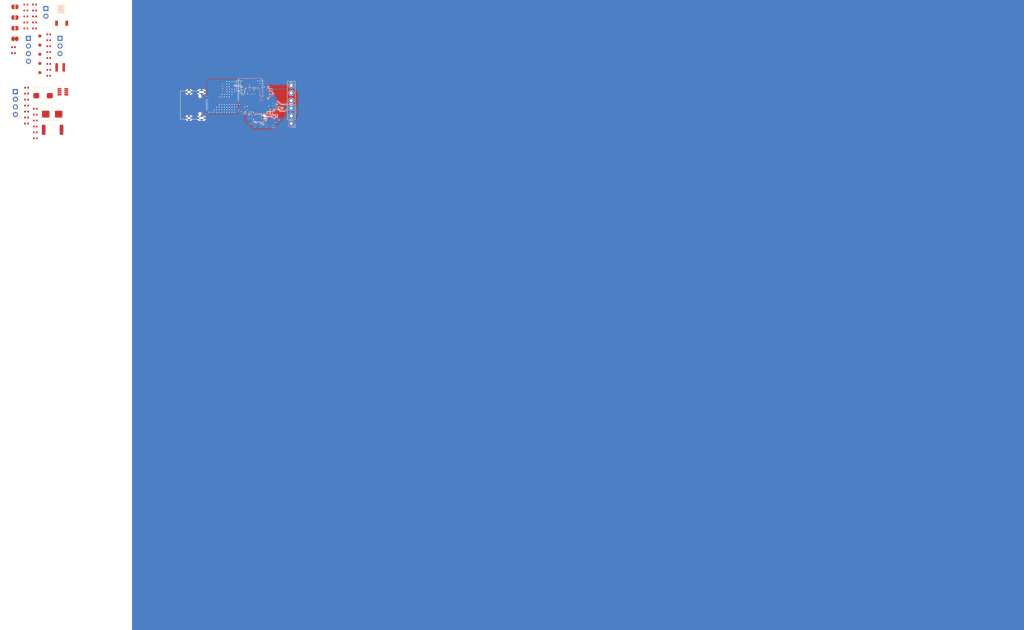
<source format=kicad_pcb>
(kicad_pcb (version 20240108) (generator "pcbnew") (generator_version "8.0")
  (layers (0 "F.Cu" signal) (31 "B.Cu" signal) (34 "B.Paste" user) (35 "F.Paste" user) (36 "B.SilkS" user "B.Silkscreen") (37 "F.SilkS" user "F.Silkscreen") (38 "B.Mask" user) (39 "F.Mask" user) (44 "Edge.Cuts" user))
  (net 0 "")
  (net 1 "CC1")
  (net 2 "GND")
  (net 3 "CC2")
  (net 4 "VBUS")
  (net 5 "VSYS")
  (net 6 "LDO_3V3")
  (net 7 "LDO_1V5")
  (net 8 "VIN_3V3")
  (net 9 "Net-(IC1-PMID_1)")
  (net 10 "Net-(IC1-REGN)")
  (net 11 "Net-(IC1-SW_1)")
  (net 12 "Net-(IC1-BTST)")
  (net 13 "SYS")
  (net 14 "Net-(IC1-BAT_1)")
  (net 15 "Net-(U1-VIN)")
  (net 16 "Net-(U1-COMP)")
  (net 17 "Net-(C22-Pad2)")
  (net 18 "LED+")
  (net 19 "Net-(D1-K)")
  (net 20 "Net-(D1-A)")
  (net 21 "Net-(D2-K)")
  (net 22 "Net-(D2-A)")
  (net 23 "Net-(D3-A)")
  (net 24 "TS")
  (net 25 "PG")
  (net 26 "CE")
  (net 27 "Net-(IC1-ILIM)")
  (net 28 "Net-(IC1-BATP)")
  (net 29 "STAT")
  (net 30 "Net-(IC1-~{QON})")
  (net 31 "TS_BIAS")
  (net 32 "I2C_SCL")
  (net 34 "I2C_SDA")
  (net 35 "/BQ25638/INT")
  (net 36 "GATE_VBUS")
  (net 37 "DBG_ACC")
  (net 38 "CAP_MIS")
  (net 39 "Net-(IC2-RESERVED_2)")
  (net 40 "ADCIN4")
  (net 41 "ADCIN1")
  (net 42 "SINK_EN")
  (net 43 "Net-(IC2-FAULT_OUT)")
  (net 44 "FAULT_IN")
  (net 45 "ADCIN2")
  (net 46 "Net-(IC2-RESERVED_1)")
  (net 47 "ADCIN3")
  (net 48 "PLUG_EVENT")
  (net 49 "GATE_VSYS")
  (net 50 "PLUG_FLIP")
  (net 57 "Net-(J5-Pin_2)")
  (net 59 "THERMISTOR_A")
  (net 60 "THERMISTOR_B")
  (net 61 "LED-")
  (net 62 "Net-(R24-Pad2)")
  (net 63 "DIM{slash}EN")
  (net 64 "SYNC{slash}OSC")
  (net 65 "Net-(U1-FB)")
  (net 66 "Net-(U1-OVP)")
  (footprint "Capacitor_SMD:C_0402_1005Metric" (layer "F.Cu") (at -27.7525 11.45)
    (property "Reference" "C11" (hide yes))
    (property "Value" "1uF 25V")
  )
  (footprint "Capacitor_SMD:C_0402_1005Metric" (layer "F.Cu") (at -27.7525 21.3)
    (property "Reference" "C16" (hide yes))
    (property "Value" "10uF 25V")
  )
  (footprint "Jumper:SolderJumper-2_P1.3mm_Open_RoundedPad1.0x1.5mm" (layer "F.Cu") (at -39.0125 2.29)
    (property "Reference" "J5" (hide yes))
    (property "Value" "Conn_01x02")
  )
  (footprint "Resistor_SMD:R_0402_1005Metric" (layer "F.Cu") (at -32.4725 3.5)
    (property "Reference" "R27" (hide yes))
    (property "Value" "30.1K 0402")
  )
  (footprint "Capacitor_SMD:C_0402_1005Metric" (layer "F.Cu") (at -27.7525 17.36)
    (property "Reference" "C14" (hide yes))
    (property "Value" "0.1uF 25V")
  )
  (footprint "Resistor_SMD:R_0402_1005Metric" (layer "F.Cu") (at -35.1325 31.21)
    (property "Reference" "R32" (hide yes))
    (property "Value" "10R 0402")
  )
  (footprint "Resistor_SMD:R_0402_1005Metric" (layer "F.Cu") (at 42.81 42.2)
    (property "Reference" "R14" (hide yes))
    (property "Value" "10K 0402")
  )
  (footprint "Connector_PinSocket_2.54mm:PinSocket_1x04_P2.54mm_Vertical" (layer "F.Cu") (at -34.5125 12.79)
    (property "Reference" "J9" (hide yes))
    (property "Value" "Conn_01x04")
  )
  (footprint "Resistor_SMD:R_0402_1005Metric" (layer "F.Cu") (at -32.4725 7.48)
    (property "Reference" "R29" (hide yes))
    (property "Value" "2.21K 0402")
  )
  (footprint "Resistor_SMD:R_0402_1005Metric" (layer "F.Cu") (at 48.1 40.81 90)
    (property "Reference" "R20" (hide yes))
    (property "Value" "4.99K 0402")
  )
  (footprint "Button_Switch_SMD:SW_SPST_B3U-1000P" (layer "F.Cu") (at -23.4425 7.75)
    (property "Reference" "SW1" (hide yes))
    (property "Value" "SW_Push")
  )
  (footprint "Connector_PinHeader_2.54mm:PinHeader_1x02_P2.54mm_Vertical" (layer "F.Cu") (at -28.6925 2.84)
    (property "Reference" "J4" (hide yes))
    (property "Value" "Conn_01x02")
  )
  (footprint "Resistor_SMD:R_0402_1005Metric" (layer "F.Cu") (at 45.8 30.9 180)
    (property "Reference" "R12" (hide yes))
    (property "Value" "10K 0402")
  )
  (footprint "Resistor_SMD:R_0402_1005Metric" (layer "F.Cu") (at 45.8 31.9 180)
    (property "Reference" "R6" (hide yes))
    (property "Value" "10K 0402")
  )
  (footprint "Resistor_SMD:R_0402_1005Metric" (layer "F.Cu") (at 48.1 38.9 90)
    (property "Reference" "R16" (hide yes))
    (property "Value" "10K 0402")
  )
  (footprint "Resistor_SMD:R_0402_1005Metric" (layer "F.Cu") (at -35.3825 5.49)
    (property "Reference" "R23" (hide yes))
    (property "Value" "10K 0402")
  )
  (footprint "Resistor_SMD:R_0402_1005Metric" (layer "F.Cu") (at 44.79 42.2)
    (property "Reference" "R19" (hide yes))
    (property "Value" "23.2K 0402")
  )
  (footprint "Capacitor_SMD:C_0402_1005Metric" (layer "F.Cu") (at -27.7525 15.39)
    (property "Reference" "C13" (hide yes))
    (property "Value" "0.1uF 25V")
  )
  (footprint "Resistor_SMD:R_2512_6332Metric" (layer "F.Cu") (at -26.4625 43.25)
    (property "Reference" "R36" (hide yes))
    (property "Value" "1R 2512")
  )
  (footprint "Resistor_SMD:R_0402_1005Metric" (layer "F.Cu") (at -35.1325 33.2)
    (property "Reference" "R33" (hide yes))
    (property "Value" "100K 0402")
  )
  (footprint "Resistor_SMD:R_0402_1005Metric" (layer "F.Cu") (at -35.3825 3.5)
    (property "Reference" "R22" (hide yes))
    (property "Value" "10K 0402")
  )
  (footprint "Connector_PinSocket_2.54mm:PinSocket_1x04_P2.54mm_Vertical" (layer "F.Cu") (at -38.8625 30.55)
    (property "Reference" "J10" (hide yes))
    (property "Value" "Conn_01x04")
  )
  (footprint "BQ25638:BGA30C40P5X6_227X198X50" (layer "F.Cu") (at -23.6935 3.046)
    (property "Reference" "IC1" (hide yes))
    (property "Value" "BQ25638YBGR" (hide yes))
  )
  (footprint "Resistor_SMD:R_0402_1005Metric" (layer "F.Cu") (at -35.1325 41.16)
    (property "Reference" "R38" (hide yes))
    (property "Value" "294K 0402")
  )
  (footprint "Inductor_SMD:L_Bourns_SRP5030T" (layer "F.Cu") (at -29.6425 31.885)
    (property "Reference" "L2" (hide yes))
    (property "Value" "SRP5030CC-4R7M")
  )
  (footprint "Resistor_SMD:R_0402_1005Metric" (layer "F.Cu") (at 39.05 28.575)
    (property "Reference" "R1" (hide yes))
    (property "Value" "10K 0402")
  )
  (footprint "Capacitor_SMD:C_0402_1005Metric" (layer "F.Cu") (at 40.4 38.55 -90)
    (property "Reference" "C8" (hide yes))
    (property "Value" "10uF 10V")
  )
  (footprint "Jumper:SolderJumper-2_P1.3mm_Open_RoundedPad1.0x1.5mm" (layer "F.Cu") (at -39.0125 5.84)
    (property "Reference" "J6" (hide yes))
    (property "Value" "Conn_01x02")
  )
  (footprint "TestPoint:TestPoint_Pad_D1.0mm" (layer "F.Cu") (at -30.7125 15.04)
    (property "Reference" "TP6" (hide yes))
    (property "Value" "TestPoint")
  )
  (footprint "Capacitor_SMD:C_0402_1005Metric" (layer "F.Cu") (at -27.7525 25.24)
    (property "Reference" "C18" (hide yes))
    (property "Value" "10uF 25V")
  )
  (footprint "Resistor_SMD:R_0402_1005Metric" (layer "F.Cu") (at 40.9 42.2)
    (property "Reference" "R18" (hide yes))
    (property "Value" "4.99K 0402")
  )
  (footprint "Capacitor_SMD:C_0402_1005Metric" (layer "F.Cu") (at -32.2425 36.24)
    (property "Reference" "C19" (hide yes))
    (property "Value" "1uF 25V")
  )
  (footprint "Capacitor_SMD:C_0402_1005Metric" (layer "F.Cu") (at 40.6 31.425 90)
    (property "Reference" "C1" (hide yes))
    (property "Value" "330pF 25V 0402")
  )
  (footprint "Resistor_SMD:R_0402_1005Metric" (layer "F.Cu") (at -32.4725 5.49)
    (property "Reference" "R28" (hide yes))
    (property "Value" "10K 0402")
  )
  (footprint "Resistor_SMD:R_0402_1005Metric" (layer "F.Cu") (at -32.4725 9.47)
    (property "Reference" "R30" (hide yes))
    (property "Value" "2.21K 0402")
  )
  (footprint "Capacitor_SMD:C_0402_1005Metric" (layer "F.Cu") (at -27.7525 23.27)
    (property "Reference" "C17" (hide yes))
    (property "Value" "10uF 25V")
  )
  (footprint "Resistor_SMD:R_0402_1005Metric" (layer "F.Cu") (at 39.4 41.4 90)
    (property "Reference" "R17" (hide yes))
    (property "Value" "1.15K 0402")
  )
  (footprint "Resistor_SMD:R_0402_1005Metric" (layer "F.Cu") (at 46.01 37.7)
    (property "Reference" "R4" (hide yes))
    (property "Value" "3K3 0402")
  )
  (footprint "Resistor_SMD:R_0402_1005Metric" (layer "F.Cu") (at 36.75 37.6 45)
    (property "Reference" "R11" (hide yes))
    (property "Value" "10K 0402")
  )
  (footprint "CSD87501L:CSD87501L" (layer "F.Cu") (at 35.4 28.55 180)
    (property "Reference" "Q1" (hide yes))
    (property "Value" "CSD87501L" (hide yes))
  )
  (footprint "Resistor_SMD:R_0402_1005Metric" (layer "F.Cu") (at 46.9 34.8 180)
    (property "Reference" "R8" (hide yes))
    (property "Value" "10K 0402")
  )
  (footprint "Capacitor_SMD:C_0402_1005Metric" (layer "F.Cu") (at -32.2425 40.18)
    (property "Reference" "C21" (hide yes))
    (property "Value" "560pF 25V")
  )
  (footprint "Jumper:SolderJumper-2_P1.3mm_Open_RoundedPad1.0x1.5mm" (layer "F.Cu") (at -39.0125 9.39)
    (property "Reference" "J7" (hide yes))
    (property "Value" "Conn_01x02")
  )
  (footprint "Package_TO_SOT_SMD:TSOT-23-8" (layer "F.Cu") (at -23.0325 30.6)
    (property "Reference" "U1" (hide yes))
    (property "Value" "MP3362GJ")
  )
  (footprint "Capacitor_SMD:C_0402_1005Metric" (layer "F.Cu") (at 42.2 39.2 -90)
    (property "Reference" "C9" (hide yes))
    (property "Value" "10uF 10V")
  )
  (footprint "TestPoint:TestPoint_Pad_D1.0mm" (layer "F.Cu") (at -30.7125 21.14)
    (property "Reference" "TP8" (hide yes))
    (property "Value" "TestPoint")
  )
  (footprint "TestPoint:TestPoint_Pad_D1.0mm" (layer "F.Cu") (at -30.7125 18.09)
    (property "Reference" "TP7" (hide yes))
    (property "Value" "TestPoint")
  )
  (footprint "Capacitor_SMD:C_0402_1005Metric" (layer "F.Cu") (at -32.2425 46.09)
    (property "Reference" "C24" (hide yes))
    (property "Value" "2.2uF 50V")
  )
  (footprint "Capacitor_SMD:C_0402_1005Metric" (layer "F.Cu") (at -32.2425 44.12)
    (property "Reference" "C23" (hide yes))
    (property "Value" "2.2uF 50V")
  )
  (footprint "Connector_PinHeader_2.54mm:PinHeader_1x03_P2.54mm_Vertical" (layer "F.Cu") (at -23.9925 12.79)
    (property "Reference" "J3" (hide yes))
    (property "Value" "Conn_01x03")
  )
  (footprint "Jumper:SolderJumper-2_P1.3mm_Bridged_RoundedPad1.0x1.5mm" (layer "F.Cu") (at -39.0125 12.94)
    (property "Reference" "J8" (hide yes))
    (property "Value" "Conn_01x02")
  )
  (footprint "Resistor_SMD:R_0402_1005Metric" (layer "F.Cu") (at 39.05 29.575001)
    (property "Reference" "R2" (hide yes))
    (property "Value" "10K 0402")
  )
  (footprint "Capacitor_SMD:C_0402_1005Metric" (layer "F.Cu") (at 39.4 31.425 90)
    (property "Reference" "C2" (hide yes))
    (property "Value" "330pF 25V 0402")
  )
  (footprint "TestPoint:TestPoint_Pad_D1.0mm" (layer "F.Cu") (at -30.7125 11.99)
    (property "Reference" "TP5" (hide yes))
    (property "Value" "TestPoint")
  )
  (footprint "Connector_PinHeader_2.54mm:PinHeader_1x06_P2.54mm_Vertical" (layer "F.Cu") (at 53 41.15 180)
    (property "Reference" "J2" (hide yes))
    (property "Value" "Conn_01x06")
  )
  (footprint "Resistor_SMD:R_0402_1005Metric" (layer "F.Cu") (at -35.3825 7.48)
    (property "Reference" "R24" (hide yes))
    (property "Value" "4.7K 0402")
  )
  (footprint "Resistor_SMD:R_0402_1005Metric" (layer "F.Cu") (at 43.5 39.6 90)
    (property "Reference" "R10" (hide yes))
    (property "Value" "10K 0402")
  )
  (footprint "Resistor_SMD:R_0402_1005Metric" (layer "F.Cu") (at 46.7 42.2)
    (property "Reference" "R15" (hide yes))
    (property "Value" "10K 0402")
  )
  (footprint "Resistor_SMD:R_0402_1005Metric" (layer "F.Cu") (at 45.8 29.9 180)
    (property "Reference" "R7" (hide yes))
    (property "Value" "10K 0402")
  )
  (footprint "TPS25730:QFN40P400X400X100-33N-D" (layer "F.Cu") (at 42.4 35 90)
    (property "Reference" "IC2" (hide yes))
    (property "Value" "TPS25730SRSMR" (hide yes))
  )
  (footprint "Capacitor_SMD:C_0402_1005Metric" (layer "F.Cu") (at 38.7 37 -135)
    (property "Reference" "C10" (hide yes))
    (property "Value" "10uF 10V")
  )
  (footprint "Resistor_SMD:R_0402_1005Metric" (layer "F.Cu") (at -35.1325 29.22)
    (property "Reference" "R31" (hide yes))
    (property "Value" "10R 0402")
  )
  (footprint "Resistor_SMD:R_0402_1005Metric" (layer "F.Cu") (at -35.1325 39.17)
    (property "Reference" "R37" (hide yes))
    (property "Value" "10K 0402")
  )
  (footprint "Connector_USB:USB_C_Receptacle_HRO_TYPE-C-31-M-12" (layer "F.Cu") (at 20 35 -90)
    (property "Reference" "J1" (hide yes))
    (property "Value" "USB_C_Receptacle_USB2.0_16P")
  )
  (footprint "TestPoint:TestPoint_Pad_D1.0mm" (layer "F.Cu") (at -30.7125 24.19)
    (property "Reference" "TP9" (hide yes))
    (property "Value" "TestPoint")
  )
  (footprint "Diode_SMD:D_SMB" (layer "F.Cu") (at -26.5875 38.03)
    (property "Reference" "D3" (hide yes))
    (property "Value" "B260")
  )
  (footprint "Resistor_SMD:R_0402_1005Metric" (layer "F.Cu") (at -35.1325 35.19)
    (property "Reference" "R34" (hide yes))
    (property "Value" "40.2K 0402")
  )
  (footprint "Capacitor_SMD:C_0402_1005Metric" (layer "F.Cu") (at -27.7525 19.33)
    (property "Reference" "C15" (hide yes))
    (property "Value" "47nF 25V")
  )
  (footprint "Capacitor_SMD:C_0402_1005Metric" (layer "F.Cu") (at 30.12 28.229999 180)
    (property "Reference" "C5" (hide yes))
    (property "Value" "0.01uF 50V")
  )
  (footprint "Resistor_SMD:R_0402_1005Metric" (layer "F.Cu") (at 39.39 39.49 90)
    (property "Reference" "R13" (hide yes))
    (property "Value" "10K 0402")
  )
  (footprint "Capacitor_SMD:C_0402_1005Metric" (layer "F.Cu") (at 43.5 30.4)
    (property "Reference" "C6" (hide yes))
    (property "Value" "1uF 25V")
  )
  (footprint "Resistor_SMD:R_0402_1005Metric" (layer "F.Cu") (at -32.4725 1.51)
    (property "Reference" "R26" (hide yes))
    (property "Value" "5.23K 0402")
  )
  (footprint "Capacitor_SMD:C_0402_1005Metric" (layer "F.Cu") (at 30.12 30.129999 180)
    (property "Reference" "C3" (hide yes))
    (property "Value" "4.7uF 25V")
  )
  (footprint "Resistor_SMD:R_0402_1005Metric" (layer "F.Cu") (at 46.01 36.7)
    (property "Reference" "R3" (hide yes))
    (property "Value" "3K3 0402")
  )
  (footprint "Resistor_SMD:R_0402_1005Metric" (layer "F.Cu") (at -35.1325 37.18)
    (property "Reference" "R35" (hide yes))
    (property "Value" "10K 0402")
  )
  (footprint "Resistor_SMD:R_0402_1005Metric" (layer "F.Cu") (at 36.05 36.9 45)
    (property "Reference" "R5" (hide yes))
    (property "Value" "10K 0402")
  )
  (footprint "Resistor_SMD:R_0402_1005Metric" (layer "F.Cu") (at 48.7 36 180)
    (property "Reference" "R9" (hide yes))
    (property "Value" "10K 0402")
  )
  (footprint "LED_SMD:LED_0402_1005Metric" (layer "F.Cu") (at -39.4975 15.71)
    (property "Reference" "D1" (hide yes))
    (property "Value" "0402 green")
  )
  (footprint "Capacitor_SMD:C_0402_1005Metric" (layer "F.Cu") (at 30.12 29.2 180)
    (property "Reference" "C4" (hide yes))
    (property "Value" "0.01uF 50V")
  )
  (footprint "Resistor_SMD:R_0402_1005Metric" (layer "F.Cu") (at -35.3825 9.47)
    (property "Reference" "R25" (hide yes))
    (property "Value" "100R 0402")
  )
  (footprint "Capacitor_SMD:C_0402_1005Metric" (layer "F.Cu") (at -27.7525 13.42)
    (property "Reference" "C12" (hide yes))
    (property "Value" "10uF 25V")
  )
  (footprint "Resistor_SMD:R_0402_1005Metric" (layer "F.Cu") (at -35.3825 1.51)
    (property "Reference" "R21" (hide yes))
    (property "Value" "820r 0402")
  )
  (footprint "Capacitor_SMD:C_0402_1005Metric" (layer "F.Cu") (at -32.2425 38.21)
    (property "Reference" "C20" (hide yes))
    (property "Value" "10uF 50V")
  )
  (footprint "Inductor_SMD_Wurth:L_Wurth_WE-LQSH-3012" (layer "F.Cu") (at -23.9425 22.44)
    (property "Reference" "L1" (hide yes))
    (property "Value" "SRP3212-1R0M")
  )
  (footprint "LED_SMD:LED_0402_1005Metric" (layer "F.Cu") (at -39.4975 17.7)
    (property "Reference" "D2" (hide yes))
    (property "Value" "0402 green")
  )
  (footprint "Capacitor_SMD:C_0402_1005Metric" (layer "F.Cu") (at 38.15 26.2 90)
    (property "Reference" "C7" (hide yes))
    (property "Value" "22uF 25V")
  )
  (footprint "Capacitor_SMD:C_0402_1005Metric" (layer "F.Cu") (at -32.2425 42.15)
    (property "Reference" "C22" (hide yes))
    (property "Value" "100nF 25V")
  )
  (segment (start 40.855 31.905) (end 41 32.05) (width 0.15) (layer "F.Cu") (net 1))
  (segment (start 39.65 30.175) (end 38.725 30.175) (width 0.15) (layer "F.Cu") (net 1))
  (segment (start 40.6 31.905) (end 40.855 31.905) (width 0.15) (layer "F.Cu") (net 1))
  (segment (start 35.15 33.75) (end 24.044999 33.75) (width 0.15) (layer "F.Cu") (net 1))
  (segment (start 40 30.525) (end 39.65 30.175) (width 0.15) (layer "F.Cu") (net 1))
  (segment (start 40 31.475) (end 40 30.525) (width 0.15) (layer "F.Cu") (net 1))
  (segment (start 38.725 30.175) (end 35.15 33.75) (width 0.15) (layer "F.Cu") (net 1))
  (segment (start 40.43 31.905) (end 40 31.475) (width 0.15) (layer "F.Cu") (net 1))
  (segment (start 40.6 31.905) (end 40.43 31.905) (width 0.15) (layer "F.Cu") (net 1))
  (segment (start 41 32.05) (end 41 33) (width 0.15) (layer "F.Cu") (net 1))
  (segment (start 44.4 35.2) (end 45.475 35.2) (width 0.15) (layer "F.Cu") (net 2))
  (segment (start 39.610589 37.339411) (end 39.65 37.3) (width 0.15) (layer "F.Cu") (net 2))
  (segment (start 39.4 30.945) (end 38.73 30.945) (width 0.15) (layer "F.Cu") (net 2))
  (segment (start 40.6 30.945) (end 40.6 30.050001) (width 0.15) (layer "F.Cu") (net 2))
  (segment (start 38.575 35.2) (end 38.375 35.4) (width 0.15) (layer "F.Cu") (net 2))
  (segment (start 38.275 34.8) (end 40.4 34.8) (width 0.15) (layer "F.Cu") (net 2))
  (segment (start 38.075 28.575) (end 37.750001 28.899999) (width 0.15) (layer "F.Cu") (net 2))
  (segment (start 42.2 39.68) (end 42.2 40.6) (width 0.15) (layer "F.Cu") (net 2))
  (segment (start 45.475 35.2) (end 45.6 35.325) (width 0.15) (layer "F.Cu") (net 2))
  (segment (start 37.475 35.6) (end 38.275 34.8) (width 0.15) (layer "F.Cu") (net 2))
  (segment (start 38.540001 29.575001) (end 37.750001 29.575001) (width 0.15) (layer "F.Cu") (net 2))
  (segment (start 43.98 29) (end 43.98 30.4) (width 0.15) (layer "F.Cu") (net 2))
  (segment (start 38.73 30.945) (end 38.45 31.225) (width 0.15) (layer "F.Cu") (net 2))
  (segment (start 40.4 39.03) (end 40.4 39.7) (width 0.15) (layer "F.Cu") (net 2))
  (segment (start 38.360589 37.339411) (end 39.610589 37.339411) (width 0.15) (layer "F.Cu") (net 2))
  (segment (start 38.540001 28.575) (end 38.075 28.575) (width 0.15) (layer "F.Cu") (net 2))
  (segment (start 40.4 35.2) (end 38.575 35.2) (width 0.15) (layer "F.Cu") (net 2))
  (segment (start 37.75 29.575) (end 37.750001 29.575001) (width 0.15) (layer "F.Cu") (net 2))
  (segment (start 37.750001 28.899999) (end 37.750001 29.575001) (width 0.15) (layer "F.Cu") (net 2))
  (via (at 39.65 37.3) (size 0.6) (drill 0.3) (layers "F.Cu" "B.Cu") (net 2))
  (via (at 49 40) (size 0.6) (drill 0.3) (layers "F.Cu" "B.Cu") (net 2))
  (via (at 38.45 31.225) (size 0.5) (drill 0.3) (layers "F.Cu" "B.Cu") (net 2))
  (via (at 43.98 29) (size 0.6) (drill 0.3) (layers "F.Cu" "B.Cu") (net 2))
  (via (at 40.6 30.050001) (size 0.5) (drill 0.3) (layers "F.Cu" "B.Cu") (net 2))
  (via (at 37.750001 29.575001) (size 0.5) (drill 0.3) (layers "F.Cu" "B.Cu") (net 2))
  (via (at 40.4 39.7) (size 0.6) (drill 0.3) (layers "F.Cu" "B.Cu") (net 2))
  (via (at 37.475 35.6) (size 0.5) (drill 0.3) (layers "F.Cu" "B.Cu") (net 2))
  (via (at 38.375 35.4) (size 0.5) (drill 0.3) (layers "F.Cu" "B.Cu") (net 2))
  (via (at 45.6 35.325) (size 0.6) (drill 0.3) (layers "F.Cu" "B.Cu") (net 2))
  (via (at 42.2 40.6) (size 0.6) (drill 0.3) (layers "F.Cu" "B.Cu") (net 2))
  (segment (start 40.4 33.6) (end 39.7 33.6) (width 0.15) (layer "F.Cu") (net 3))
  (segment (start 39.4 31.905) (end 37.419264 31.905) (width 0.15) (layer "F.Cu") (net 3))
  (segment (start 35.274264 34.05) (end 28.25 34.05) (width 0.15) (layer "F.Cu") (net 3))
  (segment (start 25.55 36.75) (end 24.045 36.75) (width 0.15) (layer "F.Cu") (net 3))
  (segment (start 39.7 33.6) (end 39.4 33.3) (width 0.15) (layer "F.Cu") (net 3))
  (segment (start 37.419264 31.905) (end 35.274264 34.05) (width 0.15) (layer "F.Cu") (net 3))
  (segment (start 28.25 34.05) (end 25.55 36.75) (width 0.15) (layer "F.Cu") (net 3))
  (segment (start 39.4 33.3) (end 39.4 31.905) (width 0.15) (layer "F.Cu") (net 3))
  (via (at 34.1125 30.6) (size 0.6) (drill 0.3) (layers "F.Cu" "B.Cu") (net 4))
  (via (at 28.1625 35.7) (size 0.6) (drill 0.3) (layers "F.Cu" "B.Cu") (net 4))
  (via (at 33.2625 37.4) (size 0.6) (drill 0.3) (layers "F.Cu" "B.Cu") (net 4))
  (via (at 29.8625 37.4) (size 0.6) (drill 0.3) (layers "F.Cu" "B.Cu") (net 4))
  (via (at 29.0125 35.7) (size 0.6) (drill 0.3) (layers "F.Cu" "B.Cu") (net 4))
  (via (at 34.1125 29.75) (size 0.6) (drill 0.3) (layers "F.Cu" "B.Cu") (net 4))
  (via (at 32.4125 35.7) (size 0.6) (drill 0.3) (layers "F.Cu" "B.Cu") (net 4))
  (via (at 27.3125 37.4) (size 0.6) (drill 0.3) (layers "F.Cu" "B.Cu") (net 4))
  (via (at 32.4125 30.6) (size 0.6) (drill 0.3) (layers "F.Cu" "B.Cu") (net 4))
  (via (at 34.1125 34.85) (size 0.6) (drill 0.3) (layers "F.Cu" "B.Cu") (net 4))
  (via (at 32.4125 32.3) (size 0.6) (drill 0.3) (layers "F.Cu" "B.Cu") (net 4))
  (via (at 34.1125 27.2) (size 0.6) (drill 0.3) (layers "F.Cu" "B.Cu") (net 4))
  (via (at 30.7125 35.7) (size 0.6) (drill 0.3) (layers "F.Cu" "B.Cu") (net 4))
  (via (at 31.5625 37.4) (size 0.6) (drill 0.3) (layers "F.Cu" "B.Cu") (net 4))
  (via (at 32.4125 34.85) (size 0.6) (drill 0.3) (layers "F.Cu" "B.Cu") (net 4))
  (via (at 32.4125 36.55) (size 0.6) (drill 0.3) (layers "F.Cu" "B.Cu") (net 4))
  (via (at 26.4625 37.4) (size 0.6) (drill 0.3) (layers "F.Cu" "B.Cu") (net 4))
  (via (at 34.1125 36.55) (size 0.6) (drill 0.3) (layers "F.Cu" "B.Cu") (net 4))
  (via (at 25.6125 37.4) (size 0.6) (drill 0.3) (layers "F.Cu" "B.Cu") (net 4))
  (via (at 32.4125 37.4) (size 0.6) (drill 0.3) (layers "F.Cu" "B.Cu") (net 4))
  (via (at 29.0125 32.3) (size 0.6) (drill 0.3) (layers "F.Cu" "B.Cu") (net 4))
  (via (at 31.5625 30.6) (size 0.6) (drill 0.3) (layers "F.Cu" "B.Cu") (net 4))
  (via (at 34.9625 35.7) (size 0.6) (drill 0.3) (layers "F.Cu" "B.Cu") (net 4))
  (via (at 31.5625 29.75) (size 0.6) (drill 0.3) (layers "F.Cu" "B.Cu") (net 4))
  (via (at 29.8625 34.85) (size 0.6) (drill 0.3) (layers "F.Cu" "B.Cu") (net 4))
  (via (at 31.5625 28.9) (size 0.6) (drill 0.3) (layers "F.Cu" "B.Cu") (net 4))
  (via (at 33.2625 30.6) (size 0.6) (drill 0.3) (layers "F.Cu" "B.Cu") (net 4))
  (via (at 29.0125 34.85) (size 0.6) (drill 0.3) (layers "F.Cu" "B.Cu") (net 4))
  (via (at 33.2625 31.45) (size 0.6) (drill 0.3) (layers "F.Cu" "B.Cu") (net 4))
  (via (at 32.4125 27.2) (size 0.6) (drill 0.3) (layers "F.Cu" "B.Cu") (net 4))
  (via (at 29.8625 31.45) (size 0.6) (drill 0.3) (layers "F.Cu" "B.Cu") (net 4))
  (via (at 29.8625 32.3) (size 0.6) (drill 0.3) (layers "F.Cu" "B.Cu") (net 4))
  (via (at 29.8625 35.7) (size 0.6) (drill 0.3) (layers "F.Cu" "B.Cu") (net 4))
  (via (at 32.4125 31.45) (size 0.6) (drill 0.3) (layers "F.Cu" "B.Cu") (net 4))
  (via (at 31.5625 34.85) (size 0.6) (drill 0.3) (layers "F.Cu" "B.Cu") (net 4))
  (via (at 29.0125 37.4) (size 0.6) (drill 0.3) (layers "F.Cu" "B.Cu") (net 4))
  (via (at 33.2625 35.7) (size 0.6) (drill 0.3) (layers "F.Cu" "B.Cu") (net 4))
  (via (at 30.7125 31.45) (size 0.6) (drill 0.3) (layers "F.Cu" "B.Cu") (net 4))
  (via (at 32.4125 28.9) (size 0.6) (drill 0.3) (layers "F.Cu" "B.Cu") (net 4))
  (via (at 33.2625 34.85) (size 0.6) (drill 0.3) (layers "F.Cu" "B.Cu") (net 4))
  (via (at 33.2625 27.2) (size 0.6) (drill 0.3) (layers "F.Cu" "B.Cu") (net 4))
  (via (at 29.8625 36.55) (size 0.6) (drill 0.3) (layers "F.Cu" "B.Cu") (net 4))
  (via (at 31.5625 31.45) (size 0.6) (drill 0.3) (layers "F.Cu" "B.Cu") (net 4))
  (via (at 28.1625 37.4) (size 0.6) (drill 0.3) (layers "F.Cu" "B.Cu") (net 4))
  (via (at 28.1625 36.55) (size 0.6) (drill 0.3) (layers "F.Cu" "B.Cu") (net 4))
  (via (at 29.0125 36.55) (size 0.6) (drill 0.3) (layers "F.Cu" "B.Cu") (net 4))
  (via (at 30.7125 32.3) (size 0.6) (drill 0.3) (layers "F.Cu" "B.Cu") (net 4))
  (via (at 31.5625 28.05) (size 0.6) (drill 0.3) (layers "F.Cu" "B.Cu") (net 4))
  (via (at 35.8125 34.85) (size 0.6) (drill 0.3) (layers "F.Cu" "B.Cu") (net 4))
  (via (at 27.3125 36.55) (size 0.6) (drill 0.3) (layers "F.Cu" "B.Cu") (net 4))
  (via (at 34.9625 34.85) (size 0.6) (drill 0.3) (layers "F.Cu" "B.Cu") (net 4))
  (via (at 30.7125 36.55) (size 0.6) (drill 0.3) (layers "F.Cu" "B.Cu") (net 4))
  (via (at 30.7125 34.85) (size 0.6) (drill 0.3) (layers "F.Cu" "B.Cu") (net 4))
  (via (at 31.5625 32.3) (size 0.6) (drill 0.3) (layers "F.Cu" "B.Cu") (net 4))
  (via (at 32.4125 29.75) (size 0.6) (drill 0.3) (layers "F.Cu" "B.Cu") (net 4))
  (via (at 32.4125 28.05) (size 0.6) (drill 0.3) (layers "F.Cu" "B.Cu") (net 4))
  (via (at 31.5625 36.55) (size 0.6) (drill 0.3) (layers "F.Cu" "B.Cu") (net 4))
  (via (at 33.2625 29.75) (size 0.6) (drill 0.3) (layers "F.Cu" "B.Cu") (net 4))
  (via (at 30.7125 37.4) (size 0.6) (drill 0.3) (layers "F.Cu" "B.Cu") (net 4))
  (via (at 34.1125 37.4) (size 0.6) (drill 0.3) (layers "F.Cu" "B.Cu") (net 4))
  (via (at 31.5625 35.7) (size 0.6) (drill 0.3) (layers "F.Cu" "B.Cu") (net 4))
  (via (at 34.1125 35.7) (size 0.6) (drill 0.3) (layers "F.Cu" "B.Cu") (net 4))
  (via (at 33.2625 36.55) (size 0.6) (drill 0.3) (layers "F.Cu" "B.Cu") (net 4))
  (via (at 31.5625 27.2) (size 0.6) (drill 0.3) (layers "F.Cu" "B.Cu") (net 4))
  (segment (start 43.02 30.4) (end 43 30.42) (width 0.15) (layer "F.Cu") (net 5))
  (segment (start 43.000001 30.419999) (end 43.02 30.4) (width 0.15) (layer "F.Cu") (net 5))
  (segment (start 43 30.42) (end 43 31.2) (width 0.15) (layer "F.Cu") (net 5))
  (segment (start 43.000001 33) (end 43.000001 30.419999) (width 0.15) (layer "F.Cu") (net 5))
  (via (at 42.5625 27) (size 0.5) (drill 0.3) (layers "F.Cu" "B.Cu") (net 5))
  (via (at 43.3125 29.25) (size 0.5) (drill 0.3) (layers "F.Cu" "B.Cu") (net 5))
  (via (at 36.5625 27) (size 0.5) (drill 0.3) (layers "F.Cu" "B.Cu") (net 5))
  (via (at 43.3125 28.5) (size 0.5) (drill 0.3) (layers "F.Cu" "B.Cu") (net 5))
  (via (at 43.3125 27.75) (size 0.5) (drill 0.3) (layers "F.Cu" "B.Cu") (net 5))
  (via (at 42.5625 27.75) (size 0.5) (drill 0.3) (layers "F.Cu" "B.Cu") (net 5))
  (via (at 41.8125 27) (size 0.5) (drill 0.3) (layers "F.Cu" "B.Cu") (net 5))
  (via (at 36.5625 30) (size 0.5) (drill 0.3) (layers "F.Cu" "B.Cu") (net 5))
  (via (at 36.5625 30.75) (size 0.5) (drill 0.3) (layers "F.Cu" "B.Cu") (net 5))
  (via (at 43.3125 27) (size 0.5) (drill 0.3) (layers "F.Cu" "B.Cu") (net 5))
  (segment (start 43.32 41.705) (end 43.6 41.425) (width 0.15) (layer "F.Cu") (net 6))
  (segment (start 47.210001 38.390001) (end 46.52 37.7) (width 0.15) (layer "F.Cu") (net 6))
  (segment (start 40.4 38.07) (end 40.73 38.07) (width 0.15) (layer "F.Cu") (net 6))
  (segment (start 36.389376 37.960624) (end 40.290624 37.960624) (width 0.15) (layer "F.Cu") (net 6))
  (segment (start 43.5 40.109999) (end 44.390001 40.109999) (width 0.15) (layer "F.Cu") (net 6))
  (segment (start 49.209999 36) (end 50 36) (width 0.15) (layer "F.Cu") (net 6))
  (segment (start 41 37.8) (end 41 37) (width 0.15) (layer "F.Cu") (net 6))
  (segment (start 47.21 41.71) (end 45.5 40) (width 0.15) (layer "F.Cu") (net 6))
  (segment (start 40.290624 37.960624) (end 40.4 38.07) (width 0.15) (layer "F.Cu") (net 6))
  (segment (start 46.52 36.7) (end 46.52 37.7) (width 0.15) (layer "F.Cu") (net 6))
  (segment (start 48.1 38.390001) (end 47.210001 38.390001) (width 0.15) (layer "F.Cu") (net 6))
  (segment (start 45.5 40) (end 44.5 40) (width 0.15) (layer "F.Cu") (net 6))
  (segment (start 46.309999 31.9) (end 46.309999 31.890001) (width 0.15) (layer "F.Cu") (net 6))
  (segment (start 46.309999 29.9) (end 46.309999 30.9) (width 0.15) (layer "F.Cu") (net 6))
  (segment (start 46.309999 31.890001) (end 46.9 31.3) (width 0.15) (layer "F.Cu") (net 6))
  (segment (start 43.32 42.2) (end 43.32 41.705) (width 0.15) (layer "F.Cu") (net 6))
  (segment (start 46.52 36.7) (end 47.3 36.7) (width 0.15) (layer "F.Cu") (net 6))
  (segment (start 46.309999 29.9) (end 46.309999 31.9) (width 0.15) (layer "F.Cu") (net 6))
  (segment (start 36.389376 37.960624) (end 36.539376 38.110624) (width 0.15) (layer "F.Cu") (net 6))
  (segment (start 47.409999 34.8) (end 48.2 34.8) (width 0.15) (layer "F.Cu") (net 6))
  (segment (start 39.39 38.980001) (end 39.39 38.39) (width 0.15) (layer "F.Cu") (net 6))
  (segment (start 39.39 38.39) (end 39 38) (width 0.15) (layer "F.Cu") (net 6))
  (segment (start 44.390001 40.109999) (end 44.5 40) (width 0.15) (layer "F.Cu") (net 6))
  (segment (start 47.21 42.2) (end 47.21 41.71) (width 0.15) (layer "F.Cu") (net 6))
  (segment (start 40.73 38.07) (end 41 37.8) (width 0.15) (layer "F.Cu") (net 6))
  (via (at 43.6 41.425) (size 0.6) (drill 0.3) (layers "F.Cu" "B.Cu") (net 6))
  (via (at 50 36) (size 0.6) (drill 0.3) (layers "F.Cu" "B.Cu") (net 6))
  (via (at 46.9 31.3) (size 0.6) (drill 0.3) (layers "F.Cu" "B.Cu") (net 6))
  (via (at 48.2 34.8) (size 0.6) (drill 0.3) (layers "F.Cu" "B.Cu") (net 6))
  (via (at 47.3 36.7) (size 0.6) (drill 0.3) (layers "F.Cu" "B.Cu") (net 6))
  (via (at 44.5 40) (size 0.6) (drill 0.3) (layers "F.Cu" "B.Cu") (net 6))
  (via (at 39 38) (size 0.6) (drill 0.3) (layers "F.Cu" "B.Cu") (net 6))
  (segment (start 48.2 32.6) (end 48.2 34.8) (width 0.15) (layer "B.Cu") (net 6))
  (segment (start 43.6 40.9) (end 44.5 40) (width 0.15) (layer "B.Cu") (net 6))
  (segment (start 43.2 38) (end 39.7 38) (width 0.15) (layer "B.Cu") (net 6))
  (segment (start 45.8 36.7) (end 44.9 37.6) (width 0.15) (layer "B.Cu") (net 6))
  (segment (start 43.2 38.7) (end 43.2 38) (width 0.15) (layer "B.Cu") (net 6))
  (segment (start 48 36) (end 47.3 36.7) (width 0.15) (layer "B.Cu") (net 6))
  (segment (start 44.5 40) (end 43.2 38.7) (width 0.15) (layer "B.Cu") (net 6))
  (segment (start 44.9 37.6) (end 44.5 38) (width 0.15) (layer "B.Cu") (net 6))
  (segment (start 47.3 36.7) (end 45.8 36.7) (width 0.15) (layer "B.Cu") (net 6))
  (segment (start 48.2 35.8) (end 47.3 36.7) (width 0.15) (layer "B.Cu") (net 6))
  (segment (start 43.6 41.425) (end 43.6 40.9) (width 0.15) (layer "B.Cu") (net 6))
  (segment (start 39.7 38) (end 39 38) (width 0.15) (layer "B.Cu") (net 6))
  (segment (start 44.5 38) (end 43.2 38) (width 0.15) (layer "B.Cu") (net 6))
  (segment (start 48.2 34.8) (end 48.2 35.8) (width 0.15) (layer "B.Cu") (net 6))
  (segment (start 50 36) (end 48 36) (width 0.15) (layer "B.Cu") (net 6))
  (segment (start 46.9 31.3) (end 48.2 32.6) (width 0.15) (layer "B.Cu") (net 6))
  (segment (start 42.2 38.72) (end 42.2 37) (width 0.15) (layer "F.Cu") (net 7))
  (segment (start 39.2 36.4) (end 39.039411 36.560589) (width 0.15) (layer "F.Cu") (net 8))
  (segment (start 40.4 36.4) (end 39.2 36.4) (width 0.15) (layer "F.Cu") (net 8))
  (segment (start 39.039411 36.560589) (end 39.039411 36.660589) (width 0.15) (layer "F.Cu") (net 8))
  (segment (start 45.2 36.4) (end 45.5 36.7) (width 0.15) (layer "F.Cu") (net 32))
  (segment (start 44.4 36.4) (end 45.2 36.4) (width 0.15) (layer "F.Cu") (net 32))
  (segment (start 43.8 37.6) (end 43.8 37) (width 0.15) (layer "F.Cu") (net 34))
  (segment (start 45.5 37.7) (end 43.9 37.7) (width 0.15) (layer "F.Cu") (net 34))
  (segment (start 43.9 37.7) (end 43.8 37.6) (width 0.15) (layer "F.Cu") (net 34))
  (segment (start 35.075 28.55) (end 34.2 28.55) (width 0.15) (layer "F.Cu") (net 36))
  (segment (start 41.050736 27.875) (end 42.05 28.874264) (width 0.15) (layer "F.Cu") (net 36))
  (segment (start 37.634803 27.875) (end 41.050736 27.875) (width 0.15) (layer "F.Cu") (net 36))
  (segment (start 42.2 32.024264) (end 42.2 33) (width 0.15) (layer "F.Cu") (net 36))
  (segment (start 42.05 28.874264) (end 42.05 31.874264) (width 0.15) (layer "F.Cu") (net 36))
  (segment (start 42.05 31.874264) (end 42.2 32.024264) (width 0.15) (layer "F.Cu") (net 36))
  (segment (start 36.502131 29.007672) (end 37.634803 27.875) (width 0.15) (layer "F.Cu") (net 36))
  (via (at 36.502131 29.007672) (size 0.5) (drill 0.3) (layers "F.Cu" "B.Cu") (net 36))
  (via (at 34.2 28.55) (size 0.5) (drill 0.3) (layers "F.Cu" "B.Cu") (net 36))
  (segment (start 36.044459 28.55) (end 34.2 28.55) (width 0.15) (layer "B.Cu") (net 36))
  (segment (start 36.502131 29.007672) (end 36.044459 28.55) (width 0.15) (layer "B.Cu") (net 36))
  (segment (start 53 36.070001) (end 51.929999 36.070001) (width 0.15) (layer "F.Cu") (net 37))
  (segment (start 48.190001 36) (end 44.4 36) (width 0.15) (layer "F.Cu") (net 37))
  (segment (start 49.190001 37) (end 48.190001 36) (width 0.15) (layer "F.Cu") (net 37))
  (segment (start 51 37) (end 49.190001 37) (width 0.15) (layer "F.Cu") (net 37))
  (segment (start 51.929999 36.070001) (end 51 37) (width 0.15) (layer "F.Cu") (net 37))
  (segment (start 44.585639 39.090001) (end 44.765213 39.269575) (width 0.15) (layer "F.Cu") (net 38))
  (segment (start 43.5 38.4) (end 43.000001 37.900001) (width 0.15) (layer "F.Cu") (net 38))
  (segment (start 43.5 39.090001) (end 43.5 38.4) (width 0.15) (layer "F.Cu") (net 38))
  (segment (start 43.000001 37.900001) (end 43.000001 37) (width 0.15) (layer "F.Cu") (net 38))
  (segment (start 43.5 39.090001) (end 44.585639 39.090001) (width 0.15) (layer "F.Cu") (net 38))
  (via (at 44.765213 39.269575) (size 0.6) (drill 0.3) (layers "F.Cu" "B.Cu") (net 38))
  (segment (start 44.765213 39.269575) (end 44.895638 39.4) (width 0.15) (layer "B.Cu") (net 38))
  (segment (start 51 33.8) (end 51.27 33.53) (width 0.15) (layer "B.Cu") (net 38))
  (segment (start 50 39.4) (end 51 38.4) (width 0.15) (layer "B.Cu") (net 38))
  (segment (start 51.27 33.53) (end 53 33.53) (width 0.15) (layer "B.Cu") (net 38))
  (segment (start 51 38.4) (end 51 33.8) (width 0.15) (layer "B.Cu") (net 38))
  (segment (start 44.895638 39.4) (end 50 39.4) (width 0.15) (layer "B.Cu") (net 38))
  (segment (start 41.4 33) (end 41.4 29.95) (width 0.15) (layer "F.Cu") (net 39))
  (segment (start 41.025001 29.575001) (end 39.559999 29.575001) (width 0.15) (layer "F.Cu") (net 39))
  (segment (start 41.4 29.95) (end 41.025001 29.575001) (width 0.15) (layer "F.Cu") (net 39))
  (segment (start 44.2 38) (end 43.775736 38) (width 0.15) (layer "F.Cu") (net 40))
  (segment (start 45 38.8) (end 44.2 38) (width 0.15) (layer "F.Cu") (net 40))
  (segment (start 48.1 40.300001) (end 48.1 39.409999) (width 0.15) (layer "F.Cu") (net 40))
  (segment (start 46.4 38.8) (end 47.009999 39.409999) (width 0.15) (layer "F.Cu") (net 40))
  (segment (start 47.009999 39.409999) (end 48.1 39.409999) (width 0.15) (layer "F.Cu") (net 40))
  (segment (start 43.775736 38) (end 43.4 37.624264) (width 0.15) (layer "F.Cu") (net 40))
  (segment (start 43.4 37.624264) (end 43.4 37) (width 0.15) (layer "F.Cu") (net 40))
  (segment (start 46.4 38.8) (end 45 38.8) (width 0.15) (layer "F.Cu") (net 40))
  (via (at 46.4 38.8) (size 0.6) (drill 0.3) (layers "F.Cu" "B.Cu") (net 40))
  (segment (start 39.39 40.880001) (end 39.4 40.890001) (width 0.15) (layer "F.Cu") (net 41))
  (segment (start 41.1 38.565668) (end 41.1 39.1) (width 0.15) (layer "F.Cu") (net 41))
  (segment (start 39.39 39.999999) (end 39.39 40.880001) (width 0.15) (layer "F.Cu") (net 41))
  (segment (start 41.1 40.1) (end 40.6 40.6) (width 0.15) (layer "F.Cu") (net 41))
  (segment (start 41.4 37) (end 41.4 38.265668) (width 0.15) (layer "F.Cu") (net 41))
  (segment (start 41.4 38.265668) (end 41.1 38.565668) (width 0.15) (layer "F.Cu") (net 41))
  (segment (start 40.6 40.6) (end 40.309999 40.890001) (width 0.15) (layer "F.Cu") (net 41))
  (segment (start 41.1 39.1) (end 41.1 40.1) (width 0.15) (layer "F.Cu") (net 41))
  (segment (start 40.309999 40.890001) (end 39.4 40.890001) (width 0.15) (layer "F.Cu") (net 41))
  (via (at 40.6 40.6) (size 0.6) (drill 0.3) (layers "F.Cu" "B.Cu") (net 41))
  (segment (start 45.3 29.890001) (end 45.290001 29.9) (width 0.15) (layer "F.Cu") (net 42))
  (segment (start 45.3 29) (end 45.3 29.890001) (width 0.15) (layer "F.Cu") (net 42))
  (segment (start 44.6 31.175736) (end 44.6 30.590001) (width 0.15) (layer "F.Cu") (net 42))
  (segment (start 44.6 30.590001) (end 45.290001 29.9) (width 0.15) (layer "F.Cu") (net 42))
  (segment (start 43.4 32.375736) (end 44.6 31.175736) (width 0.15) (layer "F.Cu") (net 42))
  (segment (start 43.4 33) (end 43.4 32.375736) (width 0.15) (layer "F.Cu") (net 42))
  (via (at 45.3 29) (size 0.6) (drill 0.3) (layers "F.Cu" "B.Cu") (net 42))
  (segment (start 53 41) (end 54.8 39.2) (width 0.15) (layer "B.Cu") (net 42))
  (segment (start 52.6 29.7) (end 46 29.7) (width 0.15) (layer "B.Cu") (net 42))
  (segment (start 55.1 33.6) (end 55.1 31.1) (width 0.15) (layer "B.Cu") (net 42))
  (segment (start 54.8 39.2) (end 54.8 38.6) (width 0.15) (layer "B.Cu") (net 42))
  (segment (start 54 30) (end 53.7 29.7) (width 0.15) (layer "B.Cu") (net 42))
  (segment (start 53 41.15) (end 53 41) (width 0.15) (layer "B.Cu") (net 42))
  (segment (start 46 29.7) (end 45.3 29) (width 0.15) (layer "B.Cu") (net 42))
  (segment (start 53.7 29.7) (end 52.6 29.7) (width 0.15) (layer "B.Cu") (net 42))
  (segment (start 55.1 31.1) (end 54 30) (width 0.15) (layer "B.Cu") (net 42))
  (segment (start 54.8 38.6) (end 55.1 38.3) (width 0.15) (layer "B.Cu") (net 42))
  (segment (start 55.1 38.3) (end 55.1 33.6) (width 0.15) (layer "B.Cu") (net 42))
  (segment (start 38.846751 35.600001) (end 38.021752 36.425) (width 0.15) (layer "F.Cu") (net 43))
  (segment (start 36.525 36.425) (end 36.410624 36.539376) (width 0.15) (layer "F.Cu") (net 43))
  (segment (start 38.021752 36.425) (end 36.525 36.425) (width 0.15) (layer "F.Cu") (net 43))
  (segment (start 40.4 35.600001) (end 38.846751 35.600001) (width 0.15) (layer "F.Cu") (net 43))
  (segment (start 45.290001 32.790001) (end 45.3 32.8) (width 0.15) (layer "F.Cu") (net 44))
  (segment (start 45.290001 31.9) (end 45.290001 30.9) (width 0.15) (layer "F.Cu") (net 44))
  (segment (start 43.8 32.4) (end 43.8 33) (width 0.15) (layer "F.Cu") (net 44))
  (segment (start 45.290001 31.9) (end 45.290001 32.790001) (width 0.15) (layer "F.Cu") (net 44))
  (segment (start 45.290001 30.909999) (end 43.8 32.4) (width 0.15) (layer "F.Cu") (net 44))
  (segment (start 45.290001 30.9) (end 45.290001 30.909999) (width 0.15) (layer "F.Cu") (net 44))
  (via (at 45.3 32.8) (size 0.6) (drill 0.3) (layers "F.Cu" "B.Cu") (net 44))
  (segment (start 46.2 31.1) (end 46 30.9) (width 0.15) (layer "B.Cu") (net 44))
  (segment (start 44.775 29.217463) (end 44.775 28.782537) (width 0.15) (layer "B.Cu") (net 44))
  (segment (start 44.775 28.782537) (end 45.107537 28.45) (width 0.15) (layer "B.Cu") (net 44))
  (segment (start 45.107537 28.45) (end 53 28.45) (width 0.15) (layer "B.Cu") (net 44))
  (segment (start 46 30.442463) (end 44.775 29.217463) (width 0.15) (layer "B.Cu") (net 44))
  (segment (start 45.3 32.8) (end 45.8 32.8) (width 0.15) (layer "B.Cu") (net 44))
  (segment (start 46.2 32.4) (end 46.2 31.1) (width 0.15) (layer "B.Cu") (net 44))
  (segment (start 45.8 32.8) (end 46.2 32.4) (width 0.15) (layer "B.Cu") (net 44))
  (segment (start 46 30.9) (end 46 30.442463) (width 0.15) (layer "B.Cu") (net 44))
  (segment (start 41.41 42.2) (end 41.41 40.81) (width 0.15) (layer "F.Cu") (net 45))
  (segment (start 41.799999 38.289933) (end 41.4 38.689932) (width 0.15) (layer "F.Cu") (net 45))
  (segment (start 41.799999 37) (end 41.799999 38.289933) (width 0.15) (layer "F.Cu") (net 45))
  (segment (start 41.4 38.689932) (end 41.4 39.5) (width 0.15) (layer "F.Cu") (net 45))
  (segment (start 41.4 39.5) (end 41.4 40.8) (width 0.15) (layer "F.Cu") (net 45))
  (segment (start 41.41 40.81) (end 41.4 40.8) (width 0.15) (layer "F.Cu") (net 45))
  (segment (start 41.41 42.2) (end 42.3 42.2) (width 0.15) (layer "F.Cu") (net 45))
  (via (at 41.4 40.8) (size 0.6) (drill 0.3) (layers "F.Cu" "B.Cu") (net 45))
  (segment (start 41.75 30.575) (end 41.75 32.025) (width 0.15) (layer "F.Cu") (net 46))
  (segment (start 41.75 30.435) (end 41.75 30.575) (width 0.15) (layer "F.Cu") (net 46))
  (segment (start 39.559999 28.575) (end 40.775 28.575) (width 0.15) (layer "F.Cu") (net 46))
  (segment (start 41.75 29.55) (end 41.75 30.575) (width 0.15) (layer "F.Cu") (net 46))
  (segment (start 41.75 32.025) (end 41.799999 32.074999) (width 0.15) (layer "F.Cu") (net 46))
  (segment (start 41.799999 32.074999) (end 41.799999 33) (width 0.15) (layer "F.Cu") (net 46))
  (segment (start 40.775 28.575) (end 41.75 29.55) (width 0.15) (layer "F.Cu") (net 46))
  (segment (start 42.9 39.3) (end 42.9 40.9) (width 0.15) (layer "F.Cu") (net 47))
  (segment (start 42.6 38.289932) (end 42.9 38.589932) (width 0.15) (layer "F.Cu") (net 47))
  (segment (start 42.6 37) (end 42.6 38.289932) (width 0.15) (layer "F.Cu") (net 47))
  (segment (start 45.3 42.2) (end 45.3 41.1) (width 0.15) (layer "F.Cu") (net 47))
  (segment (start 45.1 40.9) (end 42.9 40.9) (width 0.15) (layer "F.Cu") (net 47))
  (segment (start 42.9 38.589932) (end 42.9 39.3) (width 0.15) (layer "F.Cu") (net 47))
  (segment (start 46.19 42.2) (end 45.3 42.2) (width 0.15) (layer "F.Cu") (net 47))
  (segment (start 45.3 41.1) (end 45.1 40.9) (width 0.15) (layer "F.Cu") (net 47))
  (via (at 42.9 40.9) (size 0.6) (drill 0.3) (layers "F.Cu" "B.Cu") (net 47))
  (segment (start 37.6 36.75) (end 38.121016 36.75) (width 0.15) (layer "F.Cu") (net 48))
  (segment (start 37.306872 37.435624) (end 37.110624 37.239376) (width 0.15) (layer "F.Cu") (net 48))
  (segment (start 37.110624 37.239376) (end 37.6 36.75) (width 0.15) (layer "F.Cu") (net 48))
  (segment (start 38.871016 36) (end 40.4 36) (width 0.15) (layer "F.Cu") (net 48))
  (segment (start 38.121016 36.75) (end 38.871016 36) (width 0.15) (layer "F.Cu") (net 48))
  (segment (start 37.563183 37.435624) (end 37.306872 37.435624) (width 0.15) (layer "F.Cu") (net 48))
  (via (at 37.563183 37.435624) (size 0.6) (drill 0.3) (layers "F.Cu" "B.Cu") (net 48))
  (segment (start 51.3 38.524264) (end 50.712132 39.112132) (width 0.15) (layer "B.Cu") (net 48))
  (segment (start 54.8 32.79) (end 54.8 33) (width 0.15) (layer "B.Cu") (net 48))
  (segment (start 50.712132 39.112132) (end 46.824264 43) (width 0.15) (layer "B.Cu") (net 48))
  (segment (start 54.8 33) (end 54.8 34.4) (width 0.15) (layer "B.Cu") (net 48))
  (segment (start 38.2 40.8) (end 37.563183 40.163183) (width 0.15) (layer "B.Cu") (net 48))
  (segment (start 37.563183 40.163183) (end 37.563183 37.435624) (width 0.15) (layer "B.Cu") (net 48))
  (segment (start 54.6 34.6) (end 54.4 34.8) (width 0.15) (layer "B.Cu") (net 48))
  (segment (start 46.824264 43) (end 43.8 43) (width 0.15) (layer "B.Cu") (net 48))
  (segment (start 54.4 34.8) (end 52.8 34.8) (width 0.15) (layer "B.Cu") (net 48))
  (segment (start 54.8 34.4) (end 54.6 34.6) (width 0.15) (layer "B.Cu") (net 48))
  (segment (start 43.8 43) (end 40.4 43) (width 0.15) (layer "B.Cu") (net 48))
  (segment (start 51.3 35.6) (end 51.3 38.524264) (width 0.15) (layer "B.Cu") (net 48))
  (segment (start 52.8 34.8) (end 51.6 34.8) (width 0.15) (layer "B.Cu") (net 48))
  (segment (start 53 30.99) (end 54.8 32.79) (width 0.15) (layer "B.Cu") (net 48))
  (segment (start 51.6 34.8) (end 51.3 35.1) (width 0.15) (layer "B.Cu") (net 48))
  (segment (start 51.3 35.1) (end 51.3 35.6) (width 0.15) (layer "B.Cu") (net 48))
  (segment (start 40.4 43) (end 38.2 40.8) (width 0.15) (layer "B.Cu") (net 48))
  (segment (start 36.375 28.55) (end 35.725 28.55) (width 0.15) (layer "F.Cu") (net 49))
  (segment (start 42.6 33) (end 42.6 32) (width 0.15) (layer "F.Cu") (net 49))
  (segment (start 42.35 28.75) (end 41.175 27.575) (width 0.15) (layer "F.Cu") (net 49))
  (segment (start 41.175 27.575) (end 37.35 27.575) (width 0.15) (layer "F.Cu") (net 49))
  (segment (start 42.35 31.75) (end 42.35 28.75) (width 0.15) (layer "F.Cu") (net 49))
  (segment (start 37.35 27.575) (end 36.375 28.55) (width 0.15) (layer "F.Cu") (net 49))
  (segment (start 42.6 32) (end 42.35 31.75) (width 0.15) (layer "F.Cu") (net 49))
  (segment (start 46.4 34.8) (end 46.390001 34.8) (width 0.15) (layer "F.Cu") (net 50))
  (segment (start 53.79 38.61) (end 54.6 37.8) (width 0.15) (layer "F.Cu") (net 50))
  (segment (start 46.390001 34.8) (end 44.4 34.8) (width 0.15) (layer "F.Cu") (net 50))
  (segment (start 49.6 34.8) (end 48.6 33.8) (width 0.15) (layer "F.Cu") (net 50))
  (segment (start 53 38.61) (end 53.79 38.61) (width 0.15) (layer "F.Cu") (net 50))
  (segment (start 54.6 35.6) (end 53.8 34.8) (width 0.15) (layer "F.Cu") (net 50))
  (segment (start 47.4 33.8) (end 46.4 34.8) (width 0.15) (layer "F.Cu") (net 50))
  (segment (start 54.6 37.8) (end 54.6 35.6) (width 0.15) (layer "F.Cu") (net 50))
  (segment (start 53.8 34.8) (end 49.6 34.8) (width 0.15) (layer "F.Cu") (net 50))
  (segment (start 48.6 33.8) (end 47.4 33.8) (width 0.15) (layer "F.Cu") (net 50))
  (zone (net 4) (net_name "VBUS") (layer "F.Cu") (priority 1) (connect_pads thru_hole_only (clearance 0.15)) (min_thickness 0.15) (fill yes (thermal_gap 0.5) (thermal_bridge_width 0.5))
    (polygon (pts (xy 35.38 26.95) (xy 35.38 30.15) (xy 32.58 32.95) (xy 23.32 32.95) (xy 23.32 32.25) (xy 28.45 32.25) (xy 30.12 30.58) (xy 30.12 27.77) (xy 30.94 26.95)))
  )
  (zone (net 4) (net_name "VBUS") (layer "F.Cu") (priority 1) (connect_pads thru_hole_only (clearance 0.15)) (min_thickness 0.15) (fill yes (thermal_gap 0.5) (thermal_bridge_width 0.5))
    (polygon (pts (xy 40.775 33.9) (xy 40.775 34.5) (xy 37.625 34.5) (xy 34.375 37.75) (xy 23.325 37.75) (xy 23.325 37.15) (xy 24.775 37.15) (xy 24.775 37.175) (xy 28.05 33.9)))
  )
  (zone (net 2) (net_name "GND") (layers "F&B.Cu") (connect_pads thru_hole_only (clearance 0.15)) (min_thickness 0.15) (fill yes (thermal_gap 0.5) (thermal_bridge_width 0.5))
    (polygon (pts (xy 0 0) (xy 297 0) (xy 297 210) (xy 0 210)))
  )
  (zone (net 5) (net_name "VSYS") (layers "F&B.Cu") (priority 2) (connect_pads thru_hole_only (clearance 0.15)) (min_thickness 0.15) (fill yes (thermal_gap 0.5) (thermal_bridge_width 0.5))
    (polygon (pts (xy 36.7625 31.4875) (xy 35.425 30.15) (xy 35.425 26.2) (xy 42.85 26.2) (xy 43.5 26.85) (xy 43.5 31.85) (xy 43.2 32.15) (xy 43.2 33.5) (xy 42.8 33.5) (xy 42.8 32.5) (xy 42.8 31.8) (xy 42.5 31.6) (xy 42.5 29.25) (xy 37.447992 29.25) (xy 37.429988 31.491497)))
  )
  (zone (net 4) (net_name "VBUS") (layer "B.Cu") (priority 3) (connect_pads (clearance 0.15)) (min_thickness 0.25) (fill yes (thermal_gap 0.5) (thermal_bridge_width 0.5))
    (polygon (pts (xy 25 26.5) (xy 25 38) (xy 35.25 38) (xy 35.25 26.5)))
  )
)
</source>
